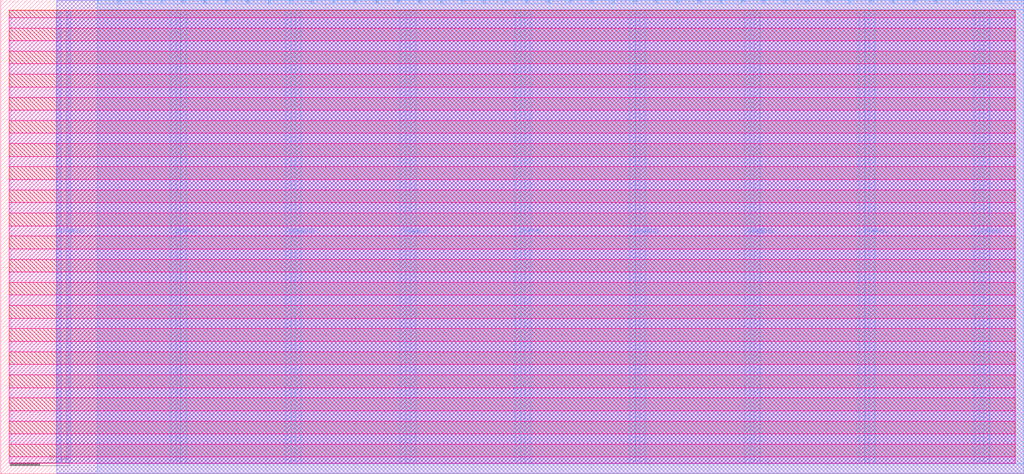
<source format=lef>
VERSION 5.7 ;
  NOWIREEXTENSIONATPIN ON ;
  DIVIDERCHAR "/" ;
  BUSBITCHARS "[]" ;
MACRO tt_um_rejunity_sn76489
  CLASS BLOCK ;
  FOREIGN tt_um_rejunity_sn76489 ;
  ORIGIN 0.000 0.000 ;
  SIZE 346.640 BY 160.720 ;
  PIN VGND
    DIRECTION INOUT ;
    USE GROUND ;
    PORT
      LAYER Metal4 ;
        RECT 22.180 3.620 23.780 157.100 ;
    END
    PORT
      LAYER Metal4 ;
        RECT 61.050 3.620 62.650 157.100 ;
    END
    PORT
      LAYER Metal4 ;
        RECT 99.920 3.620 101.520 157.100 ;
    END
    PORT
      LAYER Metal4 ;
        RECT 138.790 3.620 140.390 157.100 ;
    END
    PORT
      LAYER Metal4 ;
        RECT 177.660 3.620 179.260 157.100 ;
    END
    PORT
      LAYER Metal4 ;
        RECT 216.530 3.620 218.130 157.100 ;
    END
    PORT
      LAYER Metal4 ;
        RECT 255.400 3.620 257.000 157.100 ;
    END
    PORT
      LAYER Metal4 ;
        RECT 294.270 3.620 295.870 157.100 ;
    END
    PORT
      LAYER Metal4 ;
        RECT 333.140 3.620 334.740 157.100 ;
    END
  END VGND
  PIN VPWR
    DIRECTION INOUT ;
    USE POWER ;
    PORT
      LAYER Metal4 ;
        RECT 18.880 3.620 20.480 157.100 ;
    END
    PORT
      LAYER Metal4 ;
        RECT 57.750 3.620 59.350 157.100 ;
    END
    PORT
      LAYER Metal4 ;
        RECT 96.620 3.620 98.220 157.100 ;
    END
    PORT
      LAYER Metal4 ;
        RECT 135.490 3.620 137.090 157.100 ;
    END
    PORT
      LAYER Metal4 ;
        RECT 174.360 3.620 175.960 157.100 ;
    END
    PORT
      LAYER Metal4 ;
        RECT 213.230 3.620 214.830 157.100 ;
    END
    PORT
      LAYER Metal4 ;
        RECT 252.100 3.620 253.700 157.100 ;
    END
    PORT
      LAYER Metal4 ;
        RECT 290.970 3.620 292.570 157.100 ;
    END
    PORT
      LAYER Metal4 ;
        RECT 329.840 3.620 331.440 157.100 ;
    END
  END VPWR
  PIN clk
    DIRECTION INPUT ;
    USE SIGNAL ;
    ANTENNAGATEAREA 4.738000 ;
    PORT
      LAYER Metal4 ;
        RECT 331.090 159.720 331.390 160.720 ;
    END
  END clk
  PIN ena
    DIRECTION INPUT ;
    USE SIGNAL ;
    PORT
      LAYER Metal4 ;
        RECT 338.370 159.720 338.670 160.720 ;
    END
  END ena
  PIN rst_n
    DIRECTION INPUT ;
    USE SIGNAL ;
    ANTENNAGATEAREA 0.396000 ;
    PORT
      LAYER Metal4 ;
        RECT 323.810 159.720 324.110 160.720 ;
    END
  END rst_n
  PIN ui_in[0]
    DIRECTION INPUT ;
    USE SIGNAL ;
    ANTENNAGATEAREA 1.102000 ;
    PORT
      LAYER Metal4 ;
        RECT 316.530 159.720 316.830 160.720 ;
    END
  END ui_in[0]
  PIN ui_in[1]
    DIRECTION INPUT ;
    USE SIGNAL ;
    ANTENNAGATEAREA 1.102000 ;
    PORT
      LAYER Metal4 ;
        RECT 309.250 159.720 309.550 160.720 ;
    END
  END ui_in[1]
  PIN ui_in[2]
    DIRECTION INPUT ;
    USE SIGNAL ;
    ANTENNAGATEAREA 1.102000 ;
    PORT
      LAYER Metal4 ;
        RECT 301.970 159.720 302.270 160.720 ;
    END
  END ui_in[2]
  PIN ui_in[3]
    DIRECTION INPUT ;
    USE SIGNAL ;
    ANTENNAGATEAREA 1.102000 ;
    PORT
      LAYER Metal4 ;
        RECT 294.690 159.720 294.990 160.720 ;
    END
  END ui_in[3]
  PIN ui_in[4]
    DIRECTION INPUT ;
    USE SIGNAL ;
    ANTENNAGATEAREA 1.183000 ;
    PORT
      LAYER Metal4 ;
        RECT 287.410 159.720 287.710 160.720 ;
    END
  END ui_in[4]
  PIN ui_in[5]
    DIRECTION INPUT ;
    USE SIGNAL ;
    ANTENNAGATEAREA 1.183000 ;
    PORT
      LAYER Metal4 ;
        RECT 280.130 159.720 280.430 160.720 ;
    END
  END ui_in[5]
  PIN ui_in[6]
    DIRECTION INPUT ;
    USE SIGNAL ;
    ANTENNAGATEAREA 1.102000 ;
    PORT
      LAYER Metal4 ;
        RECT 272.850 159.720 273.150 160.720 ;
    END
  END ui_in[6]
  PIN ui_in[7]
    DIRECTION INPUT ;
    USE SIGNAL ;
    ANTENNAGATEAREA 1.102000 ;
    PORT
      LAYER Metal4 ;
        RECT 265.570 159.720 265.870 160.720 ;
    END
  END ui_in[7]
  PIN uio_in[0]
    DIRECTION INPUT ;
    USE SIGNAL ;
    ANTENNAGATEAREA 1.102000 ;
    PORT
      LAYER Metal4 ;
        RECT 258.290 159.720 258.590 160.720 ;
    END
  END uio_in[0]
  PIN uio_in[1]
    DIRECTION INPUT ;
    USE SIGNAL ;
    ANTENNAGATEAREA 0.396000 ;
    PORT
      LAYER Metal4 ;
        RECT 251.010 159.720 251.310 160.720 ;
    END
  END uio_in[1]
  PIN uio_in[2]
    DIRECTION INPUT ;
    USE SIGNAL ;
    ANTENNAGATEAREA 0.396000 ;
    PORT
      LAYER Metal4 ;
        RECT 243.730 159.720 244.030 160.720 ;
    END
  END uio_in[2]
  PIN uio_in[3]
    DIRECTION INPUT ;
    USE SIGNAL ;
    PORT
      LAYER Metal4 ;
        RECT 236.450 159.720 236.750 160.720 ;
    END
  END uio_in[3]
  PIN uio_in[4]
    DIRECTION INPUT ;
    USE SIGNAL ;
    PORT
      LAYER Metal4 ;
        RECT 229.170 159.720 229.470 160.720 ;
    END
  END uio_in[4]
  PIN uio_in[5]
    DIRECTION INPUT ;
    USE SIGNAL ;
    PORT
      LAYER Metal4 ;
        RECT 221.890 159.720 222.190 160.720 ;
    END
  END uio_in[5]
  PIN uio_in[6]
    DIRECTION INPUT ;
    USE SIGNAL ;
    PORT
      LAYER Metal4 ;
        RECT 214.610 159.720 214.910 160.720 ;
    END
  END uio_in[6]
  PIN uio_in[7]
    DIRECTION INPUT ;
    USE SIGNAL ;
    PORT
      LAYER Metal4 ;
        RECT 207.330 159.720 207.630 160.720 ;
    END
  END uio_in[7]
  PIN uio_oe[0]
    DIRECTION OUTPUT ;
    USE SIGNAL ;
    ANTENNADIFFAREA 0.360800 ;
    PORT
      LAYER Metal4 ;
        RECT 83.570 159.720 83.870 160.720 ;
    END
  END uio_oe[0]
  PIN uio_oe[1]
    DIRECTION OUTPUT ;
    USE SIGNAL ;
    ANTENNADIFFAREA 0.360800 ;
    PORT
      LAYER Metal4 ;
        RECT 76.290 159.720 76.590 160.720 ;
    END
  END uio_oe[1]
  PIN uio_oe[2]
    DIRECTION OUTPUT ;
    USE SIGNAL ;
    ANTENNADIFFAREA 0.360800 ;
    PORT
      LAYER Metal4 ;
        RECT 69.010 159.720 69.310 160.720 ;
    END
  END uio_oe[2]
  PIN uio_oe[3]
    DIRECTION OUTPUT ;
    USE SIGNAL ;
    ANTENNADIFFAREA 0.536800 ;
    PORT
      LAYER Metal4 ;
        RECT 61.730 159.720 62.030 160.720 ;
    END
  END uio_oe[3]
  PIN uio_oe[4]
    DIRECTION OUTPUT ;
    USE SIGNAL ;
    ANTENNADIFFAREA 0.536800 ;
    PORT
      LAYER Metal4 ;
        RECT 54.450 159.720 54.750 160.720 ;
    END
  END uio_oe[4]
  PIN uio_oe[5]
    DIRECTION OUTPUT ;
    USE SIGNAL ;
    ANTENNADIFFAREA 0.536800 ;
    PORT
      LAYER Metal4 ;
        RECT 47.170 159.720 47.470 160.720 ;
    END
  END uio_oe[5]
  PIN uio_oe[6]
    DIRECTION OUTPUT ;
    USE SIGNAL ;
    ANTENNADIFFAREA 0.536800 ;
    PORT
      LAYER Metal4 ;
        RECT 39.890 159.720 40.190 160.720 ;
    END
  END uio_oe[6]
  PIN uio_oe[7]
    DIRECTION OUTPUT ;
    USE SIGNAL ;
    ANTENNADIFFAREA 0.536800 ;
    PORT
      LAYER Metal4 ;
        RECT 32.610 159.720 32.910 160.720 ;
    END
  END uio_oe[7]
  PIN uio_out[0]
    DIRECTION OUTPUT ;
    USE SIGNAL ;
    ANTENNADIFFAREA 0.360800 ;
    PORT
      LAYER Metal4 ;
        RECT 141.810 159.720 142.110 160.720 ;
    END
  END uio_out[0]
  PIN uio_out[1]
    DIRECTION OUTPUT ;
    USE SIGNAL ;
    ANTENNADIFFAREA 0.360800 ;
    PORT
      LAYER Metal4 ;
        RECT 134.530 159.720 134.830 160.720 ;
    END
  END uio_out[1]
  PIN uio_out[2]
    DIRECTION OUTPUT ;
    USE SIGNAL ;
    ANTENNADIFFAREA 0.360800 ;
    PORT
      LAYER Metal4 ;
        RECT 127.250 159.720 127.550 160.720 ;
    END
  END uio_out[2]
  PIN uio_out[3]
    DIRECTION OUTPUT ;
    USE SIGNAL ;
    ANTENNADIFFAREA 1.986000 ;
    PORT
      LAYER Metal4 ;
        RECT 119.970 159.720 120.270 160.720 ;
    END
  END uio_out[3]
  PIN uio_out[4]
    DIRECTION OUTPUT ;
    USE SIGNAL ;
    ANTENNADIFFAREA 1.986000 ;
    PORT
      LAYER Metal4 ;
        RECT 112.690 159.720 112.990 160.720 ;
    END
  END uio_out[4]
  PIN uio_out[5]
    DIRECTION OUTPUT ;
    USE SIGNAL ;
    ANTENNADIFFAREA 1.986000 ;
    PORT
      LAYER Metal4 ;
        RECT 105.410 159.720 105.710 160.720 ;
    END
  END uio_out[5]
  PIN uio_out[6]
    DIRECTION OUTPUT ;
    USE SIGNAL ;
    ANTENNADIFFAREA 1.986000 ;
    PORT
      LAYER Metal4 ;
        RECT 98.130 159.720 98.430 160.720 ;
    END
  END uio_out[6]
  PIN uio_out[7]
    DIRECTION OUTPUT ;
    USE SIGNAL ;
    ANTENNADIFFAREA 1.986000 ;
    PORT
      LAYER Metal4 ;
        RECT 90.850 159.720 91.150 160.720 ;
    END
  END uio_out[7]
  PIN uo_out[0]
    DIRECTION OUTPUT ;
    USE SIGNAL ;
    ANTENNAGATEAREA 0.519000 ;
    ANTENNADIFFAREA 2.243600 ;
    PORT
      LAYER Metal4 ;
        RECT 200.050 159.720 200.350 160.720 ;
    END
  END uo_out[0]
  PIN uo_out[1]
    DIRECTION OUTPUT ;
    USE SIGNAL ;
    ANTENNAGATEAREA 2.114000 ;
    ANTENNADIFFAREA 2.243600 ;
    PORT
      LAYER Metal4 ;
        RECT 192.770 159.720 193.070 160.720 ;
    END
  END uo_out[1]
  PIN uo_out[2]
    DIRECTION OUTPUT ;
    USE SIGNAL ;
    ANTENNAGATEAREA 3.692000 ;
    ANTENNADIFFAREA 2.243600 ;
    PORT
      LAYER Metal4 ;
        RECT 185.490 159.720 185.790 160.720 ;
    END
  END uo_out[2]
  PIN uo_out[3]
    DIRECTION OUTPUT ;
    USE SIGNAL ;
    ANTENNAGATEAREA 4.158000 ;
    ANTENNADIFFAREA 2.256000 ;
    PORT
      LAYER Metal4 ;
        RECT 178.210 159.720 178.510 160.720 ;
    END
  END uo_out[3]
  PIN uo_out[4]
    DIRECTION OUTPUT ;
    USE SIGNAL ;
    ANTENNAGATEAREA 3.250000 ;
    ANTENNADIFFAREA 2.243600 ;
    PORT
      LAYER Metal4 ;
        RECT 170.930 159.720 171.230 160.720 ;
    END
  END uo_out[4]
  PIN uo_out[5]
    DIRECTION OUTPUT ;
    USE SIGNAL ;
    ANTENNAGATEAREA 4.036500 ;
    ANTENNADIFFAREA 2.243600 ;
    PORT
      LAYER Metal4 ;
        RECT 163.650 159.720 163.950 160.720 ;
    END
  END uo_out[5]
  PIN uo_out[6]
    DIRECTION OUTPUT ;
    USE SIGNAL ;
    ANTENNAGATEAREA 2.117000 ;
    ANTENNADIFFAREA 2.243600 ;
    PORT
      LAYER Metal4 ;
        RECT 156.370 159.720 156.670 160.720 ;
    END
  END uo_out[6]
  PIN uo_out[7]
    DIRECTION OUTPUT ;
    USE SIGNAL ;
    ANTENNAGATEAREA 2.655000 ;
    ANTENNADIFFAREA 4.030500 ;
    PORT
      LAYER Metal4 ;
        RECT 149.090 159.720 149.390 160.720 ;
    END
  END uo_out[7]
  OBS
      LAYER Nwell ;
        RECT 2.930 154.640 343.710 157.230 ;
      LAYER Pwell ;
        RECT 2.930 151.120 343.710 154.640 ;
      LAYER Nwell ;
        RECT 2.930 146.800 343.710 151.120 ;
      LAYER Pwell ;
        RECT 2.930 143.280 343.710 146.800 ;
      LAYER Nwell ;
        RECT 2.930 138.960 343.710 143.280 ;
      LAYER Pwell ;
        RECT 2.930 135.440 343.710 138.960 ;
      LAYER Nwell ;
        RECT 2.930 131.120 343.710 135.440 ;
      LAYER Pwell ;
        RECT 2.930 127.600 343.710 131.120 ;
      LAYER Nwell ;
        RECT 2.930 123.280 343.710 127.600 ;
      LAYER Pwell ;
        RECT 2.930 119.760 343.710 123.280 ;
      LAYER Nwell ;
        RECT 2.930 115.440 343.710 119.760 ;
      LAYER Pwell ;
        RECT 2.930 111.920 343.710 115.440 ;
      LAYER Nwell ;
        RECT 2.930 107.600 343.710 111.920 ;
      LAYER Pwell ;
        RECT 2.930 104.080 343.710 107.600 ;
      LAYER Nwell ;
        RECT 2.930 99.760 343.710 104.080 ;
      LAYER Pwell ;
        RECT 2.930 96.240 343.710 99.760 ;
      LAYER Nwell ;
        RECT 2.930 91.920 343.710 96.240 ;
      LAYER Pwell ;
        RECT 2.930 88.400 343.710 91.920 ;
      LAYER Nwell ;
        RECT 2.930 84.080 343.710 88.400 ;
      LAYER Pwell ;
        RECT 2.930 80.560 343.710 84.080 ;
      LAYER Nwell ;
        RECT 2.930 76.240 343.710 80.560 ;
      LAYER Pwell ;
        RECT 2.930 72.720 343.710 76.240 ;
      LAYER Nwell ;
        RECT 2.930 68.400 343.710 72.720 ;
      LAYER Pwell ;
        RECT 2.930 64.880 343.710 68.400 ;
      LAYER Nwell ;
        RECT 2.930 60.560 343.710 64.880 ;
      LAYER Pwell ;
        RECT 2.930 57.040 343.710 60.560 ;
      LAYER Nwell ;
        RECT 2.930 52.720 343.710 57.040 ;
      LAYER Pwell ;
        RECT 2.930 49.200 343.710 52.720 ;
      LAYER Nwell ;
        RECT 2.930 44.880 343.710 49.200 ;
      LAYER Pwell ;
        RECT 2.930 41.360 343.710 44.880 ;
      LAYER Nwell ;
        RECT 2.930 37.040 343.710 41.360 ;
      LAYER Pwell ;
        RECT 2.930 33.520 343.710 37.040 ;
      LAYER Nwell ;
        RECT 2.930 29.200 343.710 33.520 ;
      LAYER Pwell ;
        RECT 2.930 25.680 343.710 29.200 ;
      LAYER Nwell ;
        RECT 2.930 21.360 343.710 25.680 ;
      LAYER Pwell ;
        RECT 2.930 17.840 343.710 21.360 ;
      LAYER Nwell ;
        RECT 2.930 13.520 343.710 17.840 ;
      LAYER Pwell ;
        RECT 2.930 10.000 343.710 13.520 ;
      LAYER Nwell ;
        RECT 2.930 5.680 343.710 10.000 ;
      LAYER Pwell ;
        RECT 2.930 3.490 343.710 5.680 ;
      LAYER Metal1 ;
        RECT 3.360 3.620 343.280 157.100 ;
      LAYER Metal2 ;
        RECT 19.020 0.090 346.500 160.630 ;
      LAYER Metal3 ;
        RECT 18.970 0.140 346.550 160.580 ;
      LAYER Metal4 ;
        RECT 33.210 159.420 39.590 160.630 ;
        RECT 40.490 159.420 46.870 160.630 ;
        RECT 47.770 159.420 54.150 160.630 ;
        RECT 55.050 159.420 61.430 160.630 ;
        RECT 62.330 159.420 68.710 160.630 ;
        RECT 69.610 159.420 75.990 160.630 ;
        RECT 76.890 159.420 83.270 160.630 ;
        RECT 84.170 159.420 90.550 160.630 ;
        RECT 91.450 159.420 97.830 160.630 ;
        RECT 98.730 159.420 105.110 160.630 ;
        RECT 106.010 159.420 112.390 160.630 ;
        RECT 113.290 159.420 119.670 160.630 ;
        RECT 120.570 159.420 126.950 160.630 ;
        RECT 127.850 159.420 134.230 160.630 ;
        RECT 135.130 159.420 141.510 160.630 ;
        RECT 142.410 159.420 148.790 160.630 ;
        RECT 149.690 159.420 156.070 160.630 ;
        RECT 156.970 159.420 163.350 160.630 ;
        RECT 164.250 159.420 170.630 160.630 ;
        RECT 171.530 159.420 177.910 160.630 ;
        RECT 178.810 159.420 185.190 160.630 ;
        RECT 186.090 159.420 192.470 160.630 ;
        RECT 193.370 159.420 199.750 160.630 ;
        RECT 200.650 159.420 207.030 160.630 ;
        RECT 207.930 159.420 214.310 160.630 ;
        RECT 215.210 159.420 221.590 160.630 ;
        RECT 222.490 159.420 228.870 160.630 ;
        RECT 229.770 159.420 236.150 160.630 ;
        RECT 237.050 159.420 243.430 160.630 ;
        RECT 244.330 159.420 250.710 160.630 ;
        RECT 251.610 159.420 257.990 160.630 ;
        RECT 258.890 159.420 265.270 160.630 ;
        RECT 266.170 159.420 272.550 160.630 ;
        RECT 273.450 159.420 279.830 160.630 ;
        RECT 280.730 159.420 287.110 160.630 ;
        RECT 288.010 159.420 294.390 160.630 ;
        RECT 295.290 159.420 301.670 160.630 ;
        RECT 302.570 159.420 308.950 160.630 ;
        RECT 309.850 159.420 316.230 160.630 ;
        RECT 317.130 159.420 323.510 160.630 ;
        RECT 324.410 159.420 330.790 160.630 ;
        RECT 331.690 159.420 338.070 160.630 ;
        RECT 338.970 159.420 346.500 160.630 ;
        RECT 32.620 157.400 346.500 159.420 ;
        RECT 32.620 3.320 57.450 157.400 ;
        RECT 59.650 3.320 60.750 157.400 ;
        RECT 62.950 3.320 96.320 157.400 ;
        RECT 98.520 3.320 99.620 157.400 ;
        RECT 101.820 3.320 135.190 157.400 ;
        RECT 137.390 3.320 138.490 157.400 ;
        RECT 140.690 3.320 174.060 157.400 ;
        RECT 176.260 3.320 177.360 157.400 ;
        RECT 179.560 3.320 212.930 157.400 ;
        RECT 215.130 3.320 216.230 157.400 ;
        RECT 218.430 3.320 251.800 157.400 ;
        RECT 254.000 3.320 255.100 157.400 ;
        RECT 257.300 3.320 290.670 157.400 ;
        RECT 292.870 3.320 293.970 157.400 ;
        RECT 296.170 3.320 329.540 157.400 ;
        RECT 331.740 3.320 332.840 157.400 ;
        RECT 335.040 3.320 346.500 157.400 ;
        RECT 32.620 0.090 346.500 3.320 ;
  END
END tt_um_rejunity_sn76489
END LIBRARY


</source>
